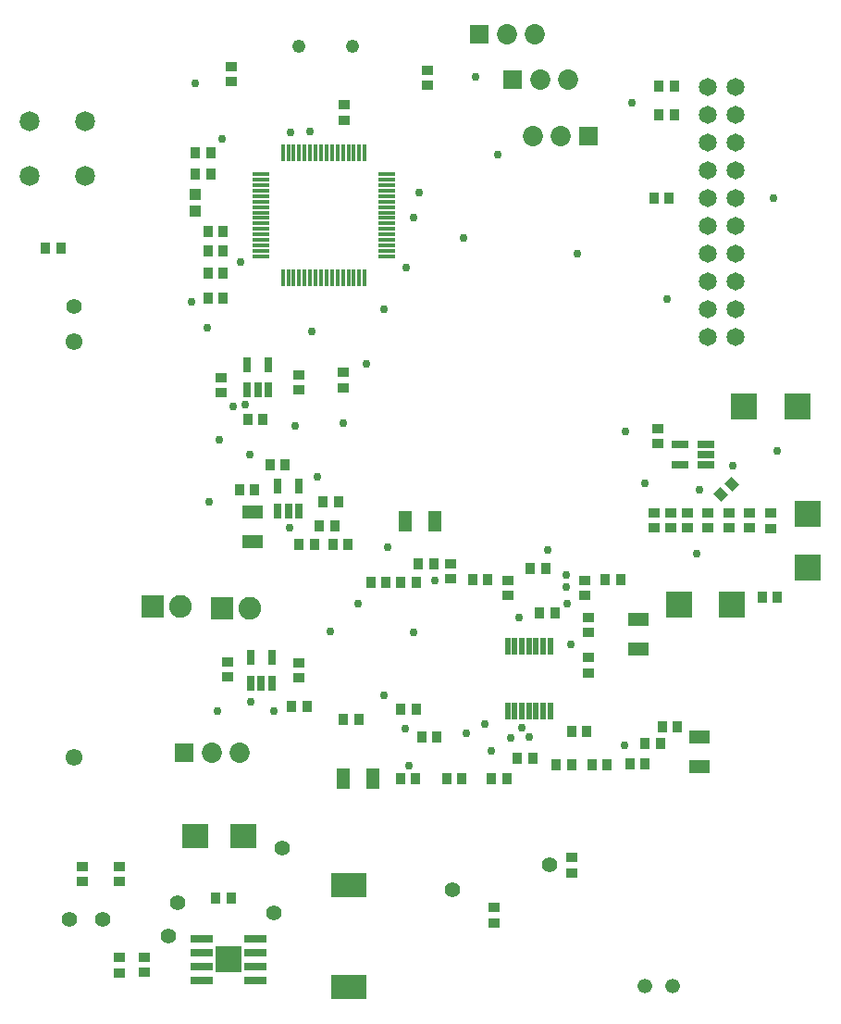
<source format=gts>
G04*
G04 #@! TF.GenerationSoftware,Altium Limited,Altium Designer,18.1.9 (240)*
G04*
G04 Layer_Color=8388736*
%FSLAX25Y25*%
%MOIN*%
G70*
G01*
G75*
G04:AMPARAMS|DCode=32|XSize=40.43mil|YSize=36.5mil|CornerRadius=0mil|HoleSize=0mil|Usage=FLASHONLY|Rotation=135.000|XOffset=0mil|YOffset=0mil|HoleType=Round|Shape=Rectangle|*
%AMROTATEDRECTD32*
4,1,4,0.02720,-0.00139,0.00139,-0.02720,-0.02720,0.00139,-0.00139,0.02720,0.02720,-0.00139,0.0*
%
%ADD32ROTATEDRECTD32*%

%ADD33R,0.03650X0.04043*%
%ADD34R,0.04043X0.03650*%
%ADD35R,0.06307X0.01681*%
%ADD36R,0.01681X0.06307*%
%ADD37R,0.09555X0.09555*%
%ADD38R,0.09555X0.09555*%
%ADD39R,0.04831X0.07193*%
%ADD40R,0.07193X0.04831*%
%ADD41R,0.02700X0.05700*%
%ADD42R,0.04437X0.04043*%
%ADD43R,0.02272X0.06307*%
%ADD44R,0.06300X0.02700*%
%ADD45R,0.09358X0.08965*%
%ADD46R,0.12705X0.09161*%
%ADD47R,0.08300X0.02700*%
%ADD48R,0.09500X0.09500*%
%ADD49R,0.07075X0.07075*%
%ADD50C,0.07291*%
%ADD51C,0.06500*%
%ADD52C,0.05224*%
%ADD53C,0.07193*%
%ADD54C,0.04831*%
%ADD55C,0.06110*%
%ADD56R,0.07933X0.07933*%
%ADD57C,0.08177*%
%ADD58C,0.03000*%
%ADD59C,0.05500*%
D32*
X372587Y316419D02*
D03*
X376484Y320317D02*
D03*
D33*
X236638Y235419D02*
D03*
X242150D02*
D03*
X355800Y463500D02*
D03*
X350288D02*
D03*
X263560Y291584D02*
D03*
X269072D02*
D03*
X350853Y226864D02*
D03*
X345341D02*
D03*
X264693Y229199D02*
D03*
X270205D02*
D03*
X355800Y453000D02*
D03*
X350288D02*
D03*
X392866Y279482D02*
D03*
X387354D02*
D03*
X288624Y285829D02*
D03*
X283113D02*
D03*
X326109Y219213D02*
D03*
X331621D02*
D03*
X257146Y214198D02*
D03*
X262658D02*
D03*
X353930Y423000D02*
D03*
X348418D02*
D03*
X313268Y219213D02*
D03*
X318780D02*
D03*
X279205Y214198D02*
D03*
X273693D02*
D03*
X246394Y284699D02*
D03*
X251906D02*
D03*
X303918Y289669D02*
D03*
X309430D02*
D03*
X318693Y231013D02*
D03*
X324205D02*
D03*
X304705Y221576D02*
D03*
X299193D02*
D03*
X257193Y284699D02*
D03*
X262705D02*
D03*
X312776Y273903D02*
D03*
X307264D02*
D03*
X356882Y232883D02*
D03*
X351370D02*
D03*
X199043Y318200D02*
D03*
X204555D02*
D03*
X229163Y313800D02*
D03*
X234675D02*
D03*
X226154Y298500D02*
D03*
X220642D02*
D03*
X238209Y298500D02*
D03*
X232697D02*
D03*
X129244Y405000D02*
D03*
X134756D02*
D03*
X257194Y239328D02*
D03*
X262705D02*
D03*
X345205Y219410D02*
D03*
X339693D02*
D03*
X330937Y285809D02*
D03*
X336449D02*
D03*
X207617Y343500D02*
D03*
X202105D02*
D03*
X190500Y171000D02*
D03*
X196012D02*
D03*
X193256Y387000D02*
D03*
X187744D02*
D03*
X193256Y396000D02*
D03*
X187744D02*
D03*
X193256Y404000D02*
D03*
X187744D02*
D03*
X193256Y411000D02*
D03*
X187744D02*
D03*
X188756Y431764D02*
D03*
X183244D02*
D03*
X188756Y439500D02*
D03*
X183244D02*
D03*
X289857Y214199D02*
D03*
X295368D02*
D03*
X210104Y327129D02*
D03*
X215616D02*
D03*
X217886Y240000D02*
D03*
X223398D02*
D03*
X228000Y305013D02*
D03*
X233512D02*
D03*
D34*
X349949Y334800D02*
D03*
Y340312D02*
D03*
X323418Y280100D02*
D03*
Y285612D02*
D03*
X324796Y266672D02*
D03*
Y272183D02*
D03*
X295820Y280073D02*
D03*
Y285584D02*
D03*
X324796Y252234D02*
D03*
Y257746D02*
D03*
X318937Y180291D02*
D03*
Y185803D02*
D03*
X165000Y144441D02*
D03*
Y149953D02*
D03*
X237000Y456835D02*
D03*
Y451323D02*
D03*
X291000Y162244D02*
D03*
Y167756D02*
D03*
X236390Y360398D02*
D03*
Y354886D02*
D03*
X354449Y304443D02*
D03*
Y309955D02*
D03*
X348449Y304443D02*
D03*
Y309955D02*
D03*
X360449Y309954D02*
D03*
Y304443D02*
D03*
X367949Y309954D02*
D03*
Y304443D02*
D03*
X375449Y304443D02*
D03*
Y309955D02*
D03*
X275316Y291584D02*
D03*
Y286073D02*
D03*
X267000Y469194D02*
D03*
Y463682D02*
D03*
X382949Y304443D02*
D03*
Y309954D02*
D03*
X196012Y465100D02*
D03*
Y470612D02*
D03*
X390449Y304191D02*
D03*
Y309703D02*
D03*
X156000Y149756D02*
D03*
Y144244D02*
D03*
X192370Y353114D02*
D03*
Y358626D02*
D03*
X220500Y354000D02*
D03*
Y359512D02*
D03*
X142500Y177094D02*
D03*
Y182606D02*
D03*
X156000Y177094D02*
D03*
Y182606D02*
D03*
X195000Y256256D02*
D03*
Y250744D02*
D03*
X220500Y255847D02*
D03*
Y250335D02*
D03*
D35*
X252091Y431764D02*
D03*
Y429795D02*
D03*
Y427827D02*
D03*
Y425858D02*
D03*
Y423890D02*
D03*
Y421921D02*
D03*
Y419953D02*
D03*
Y417984D02*
D03*
Y416016D02*
D03*
Y414047D02*
D03*
Y412079D02*
D03*
Y410110D02*
D03*
Y408142D02*
D03*
Y406173D02*
D03*
Y404205D02*
D03*
Y402236D02*
D03*
X206909D02*
D03*
Y404205D02*
D03*
Y406173D02*
D03*
Y408142D02*
D03*
Y410110D02*
D03*
Y412079D02*
D03*
Y414047D02*
D03*
Y416016D02*
D03*
Y417984D02*
D03*
Y419953D02*
D03*
Y421921D02*
D03*
Y423890D02*
D03*
Y425858D02*
D03*
Y427827D02*
D03*
Y429795D02*
D03*
Y431764D02*
D03*
D36*
X244264Y394409D02*
D03*
X242295D02*
D03*
X240327D02*
D03*
X238358D02*
D03*
X236390D02*
D03*
X234421D02*
D03*
X232453D02*
D03*
X230484D02*
D03*
X228516D02*
D03*
X226547D02*
D03*
X224579D02*
D03*
X222610D02*
D03*
X220642D02*
D03*
X218673D02*
D03*
X216705D02*
D03*
X214736D02*
D03*
Y439591D02*
D03*
X216705D02*
D03*
X218673D02*
D03*
X220642D02*
D03*
X222610D02*
D03*
X224579D02*
D03*
X226547D02*
D03*
X228516D02*
D03*
X230484D02*
D03*
X232453D02*
D03*
X234421D02*
D03*
X236390D02*
D03*
X238358D02*
D03*
X240327D02*
D03*
X242295D02*
D03*
X244264D02*
D03*
D37*
X400292Y348000D02*
D03*
X381000D02*
D03*
X376646Y276835D02*
D03*
X357354D02*
D03*
D38*
X403949Y290053D02*
D03*
Y309345D02*
D03*
D39*
X236634Y214198D02*
D03*
X247264D02*
D03*
X258788Y306805D02*
D03*
X269418D02*
D03*
D40*
X342689Y271344D02*
D03*
Y260714D02*
D03*
X204000Y310151D02*
D03*
Y299521D02*
D03*
X364949Y229056D02*
D03*
Y218426D02*
D03*
D41*
X202000Y354000D02*
D03*
X205700D02*
D03*
X209400D02*
D03*
Y363200D02*
D03*
X202000D02*
D03*
X203300Y248656D02*
D03*
X207000D02*
D03*
X210700D02*
D03*
Y257856D02*
D03*
X203300D02*
D03*
X213005Y319600D02*
D03*
X220405D02*
D03*
Y310400D02*
D03*
X216705D02*
D03*
X213005D02*
D03*
D42*
X183339Y424650D02*
D03*
Y418350D02*
D03*
D43*
X295772Y261766D02*
D03*
X298331D02*
D03*
X300890D02*
D03*
X303449D02*
D03*
X306008D02*
D03*
X308567D02*
D03*
X311126D02*
D03*
Y238632D02*
D03*
X308567D02*
D03*
X306008D02*
D03*
X303449D02*
D03*
X300890D02*
D03*
X298331D02*
D03*
X295772D02*
D03*
D44*
X367315Y327129D02*
D03*
Y330829D02*
D03*
Y334529D02*
D03*
X357915D02*
D03*
Y327129D02*
D03*
D45*
X183339Y193500D02*
D03*
X200661D02*
D03*
D46*
X238500Y175807D02*
D03*
Y139193D02*
D03*
D47*
X185461Y156567D02*
D03*
Y151567D02*
D03*
Y146567D02*
D03*
Y141567D02*
D03*
X204861D02*
D03*
Y146567D02*
D03*
Y151567D02*
D03*
Y156567D02*
D03*
D48*
X195161Y149067D02*
D03*
D49*
X179252Y223610D02*
D03*
X297500Y465665D02*
D03*
X325000Y445388D02*
D03*
X285368Y482205D02*
D03*
D50*
X189252Y223610D02*
D03*
X199252D02*
D03*
X307500Y465665D02*
D03*
X317500D02*
D03*
X305000Y445388D02*
D03*
X315000D02*
D03*
X305368Y482205D02*
D03*
X295368D02*
D03*
D51*
X367949Y373000D02*
D03*
X377949D02*
D03*
X367949Y383000D02*
D03*
X377949D02*
D03*
X367949Y393000D02*
D03*
X377949D02*
D03*
X367949Y403000D02*
D03*
X377949D02*
D03*
X367949Y413000D02*
D03*
X377949D02*
D03*
X367949Y423000D02*
D03*
X377949D02*
D03*
X367949Y433000D02*
D03*
X377949D02*
D03*
X367949Y443000D02*
D03*
X377949D02*
D03*
X367949Y453000D02*
D03*
X377949D02*
D03*
X367949Y463000D02*
D03*
X377949D02*
D03*
D52*
X345225Y139500D02*
D03*
X355225D02*
D03*
D53*
X143343Y431157D02*
D03*
Y450843D02*
D03*
X123657D02*
D03*
Y431157D02*
D03*
D54*
X220642Y477705D02*
D03*
X239854D02*
D03*
D55*
X139500Y221870D02*
D03*
Y371476D02*
D03*
D56*
X167925Y276000D02*
D03*
X193000Y275335D02*
D03*
D57*
X177925Y276000D02*
D03*
X203000Y275335D02*
D03*
D58*
X316949Y283233D02*
D03*
X317178Y276999D02*
D03*
X203278Y241727D02*
D03*
X201147Y348761D02*
D03*
X300678Y232595D02*
D03*
X287627Y233672D02*
D03*
X258678Y232294D02*
D03*
X260178Y218709D02*
D03*
X217078Y304595D02*
D03*
X227083Y322695D02*
D03*
X191793Y336095D02*
D03*
X196882Y348095D02*
D03*
X192678Y444465D02*
D03*
X241934Y277247D02*
D03*
X261855Y266708D02*
D03*
X299843Y272129D02*
D03*
X269662Y285384D02*
D03*
X338129Y339234D02*
D03*
X263803Y425206D02*
D03*
X284307Y466699D02*
D03*
X292224Y438706D02*
D03*
X353091Y386706D02*
D03*
X261807Y416206D02*
D03*
X279807Y408706D02*
D03*
X259303Y398206D02*
D03*
X321000Y403000D02*
D03*
X251071Y383000D02*
D03*
X391500Y423000D02*
D03*
X224434Y447194D02*
D03*
X199422Y400040D02*
D03*
X181890Y385733D02*
D03*
X217666Y446765D02*
D03*
X244745Y363375D02*
D03*
X225268Y375268D02*
D03*
X187500Y376500D02*
D03*
X183339Y464568D02*
D03*
X219220Y341091D02*
D03*
X188107Y313823D02*
D03*
X236520Y342323D02*
D03*
X340500Y457500D02*
D03*
X202695Y330829D02*
D03*
X393000Y332043D02*
D03*
X376725Y326963D02*
D03*
X345225Y320351D02*
D03*
X364949Y318131D02*
D03*
X303449Y229199D02*
D03*
X296868Y228914D02*
D03*
X363815Y295266D02*
D03*
X337949Y226199D02*
D03*
X280949Y230577D02*
D03*
X252497Y297629D02*
D03*
X318449Y262443D02*
D03*
X316949Y287504D02*
D03*
X310020Y296651D02*
D03*
X289949Y224135D02*
D03*
X251071Y244198D02*
D03*
X231919Y267000D02*
D03*
X211360Y238500D02*
D03*
X191156D02*
D03*
D59*
X214366Y189000D02*
D03*
X177000Y169500D02*
D03*
X173587Y157547D02*
D03*
X211500Y165787D02*
D03*
X310807Y183047D02*
D03*
X275874Y174000D02*
D03*
X139500Y384000D02*
D03*
X150000Y163547D02*
D03*
X137693D02*
D03*
M02*

</source>
